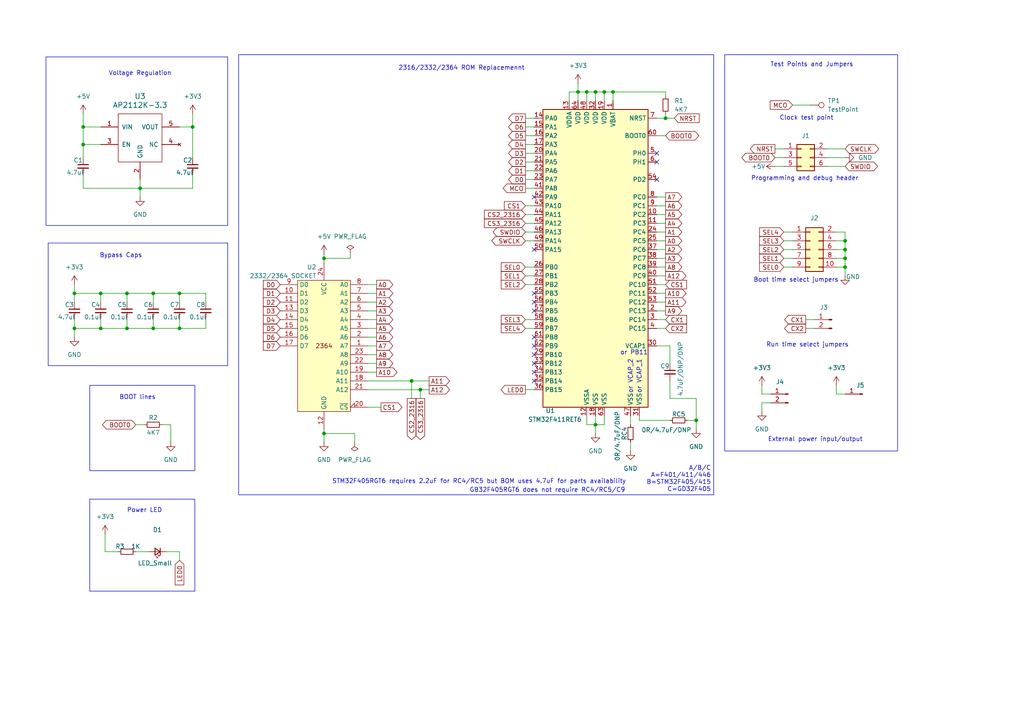
<source format=kicad_sch>
(kicad_sch (version 20250114) (generator "eeschema") (generator_version "9.0")
  (paper "A4")
  (title_block (title "One ROM") (date "2025-08-15") (rev "G1") (company "piers.rocks") (comment 1 "(c) Piers Finlayson 2025"))
  (lib_symbols
    (symbol "Connector:Conn_01x01_Pin" (pin_names (offset 1.016) (hide yes))
      (property "Reference" "J" (at 0 2.54 0))
      (property "Value" "Conn_01x01_Pin" (at 0 -2.54 0))
      (symbol "Conn_01x01_Pin_1_1"
        (rectangle (start 0.8636 0.127) (end 0 -0.127) (stroke (width 0.1524)) (fill (type outline)))
        (polyline (pts (xy 1.27 0) (xy 0.8636 0)) (stroke (width 0.1524)))
        (pin passive line (at 5.08 0 180) (length 3.81) (name "Pin_1") (number "1"))
      )
    )
    (symbol "Connector:Conn_01x02_Pin" (pin_names (offset 1.016) (hide yes))
      (property "Reference" "J" (at 0 2.54 0))
      (property "Value" "Conn_01x02_Pin" (at 0 -5.08 0))
      (symbol "Conn_01x02_Pin_1_1"
        (rectangle (start 0.8636 0.127) (end 0 -0.127) (stroke (width 0.1524)) (fill (type outline)))
        (rectangle (start 0.8636 -2.413) (end 0 -2.667) (stroke (width 0.1524)) (fill (type outline)))
        (polyline (pts (xy 1.27 0) (xy 0.8636 0)) (stroke (width 0.1524)))
        (polyline (pts (xy 1.27 -2.54) (xy 0.8636 -2.54)) (stroke (width 0.1524)))
        (pin passive line (at 5.08 0 180) (length 3.81) (name "Pin_1") (number "1"))
        (pin passive line (at 5.08 -2.54 180) (length 3.81) (name "Pin_2") (number "2"))
      )
    )
    (symbol "Connector:TestPoint" (pin_numbers (hide yes)) (pin_names (offset 0.762) (hide yes))
      (property "Reference" "TP" (at 0 6.858 0))
      (property "Value" "TestPoint" (at 0 5.08 0))
      (symbol "TestPoint_0_1"
        (circle (center 0 3.302) (radius 0.762))
      )
      (symbol "TestPoint_1_1"
        (pin passive line (at 0 0 90) (length 2.54) (name "1") (number "1"))
      )
    )
    (symbol "Connector_Generic:Conn_02x03_Odd_Even" (pin_names (offset 1.016) (hide yes))
      (property "Reference" "J" (at 1.27 5.08 0))
      (property "Value" "Conn_02x03_Odd_Even" (at 1.27 -5.08 0))
      (symbol "Conn_02x03_Odd_Even_1_1"
        (rectangle (start -1.27 3.81) (end 3.81 -3.81) (stroke (width 0.254)) (fill (type background)))
        (rectangle (start -1.27 2.667) (end 0 2.413) (stroke (width 0.1524)))
        (rectangle (start -1.27 0.127) (end 0 -0.127) (stroke (width 0.1524)))
        (rectangle (start -1.27 -2.413) (end 0 -2.667) (stroke (width 0.1524)))
        (rectangle (start 3.81 2.667) (end 2.54 2.413) (stroke (width 0.1524)))
        (rectangle (start 3.81 0.127) (end 2.54 -0.127) (stroke (width 0.1524)))
        (rectangle (start 3.81 -2.413) (end 2.54 -2.667) (stroke (width 0.1524)))
        (pin passive line (at -5.08 2.54 0) (length 3.81) (name "Pin_1") (number "1"))
        (pin passive line (at -5.08 0 0) (length 3.81) (name "Pin_3") (number "3"))
        (pin passive line (at -5.08 -2.54 0) (length 3.81) (name "Pin_5") (number "5"))
        (pin passive line (at 7.62 2.54 180) (length 3.81) (name "Pin_2") (number "2"))
        (pin passive line (at 7.62 0 180) (length 3.81) (name "Pin_4") (number "4"))
        (pin passive line (at 7.62 -2.54 180) (length 3.81) (name "Pin_6") (number "6"))
      )
    )
    (symbol "Connector_Generic:Conn_02x05_Odd_Even" (pin_names (offset 1.016) (hide yes))
      (property "Reference" "J" (at 1.27 7.62 0))
      (property "Value" "Conn_02x05_Odd_Even" (at 1.27 -7.62 0))
      (symbol "Conn_02x05_Odd_Even_1_1"
        (rectangle (start -1.27 6.35) (end 3.81 -6.35) (stroke (width 0.254)) (fill (type background)))
        (rectangle (start -1.27 5.207) (end 0 4.953) (stroke (width 0.1524)))
        (rectangle (start -1.27 2.667) (end 0 2.413) (stroke (width 0.1524)))
        (rectangle (start -1.27 0.127) (end 0 -0.127) (stroke (width 0.1524)))
        (rectangle (start -1.27 -2.413) (end 0 -2.667) (stroke (width 0.1524)))
        (rectangle (start -1.27 -4.953) (end 0 -5.207) (stroke (width 0.1524)))
        (rectangle (start 3.81 5.207) (end 2.54 4.953) (stroke (width 0.1524)))
        (rectangle (start 3.81 2.667) (end 2.54 2.413) (stroke (width 0.1524)))
        (rectangle (start 3.81 0.127) (end 2.54 -0.127) (stroke (width 0.1524)))
        (rectangle (start 3.81 -2.413) (end 2.54 -2.667) (stroke (width 0.1524)))
        (rectangle (start 3.81 -4.953) (end 2.54 -5.207) (stroke (width 0.1524)))
        (pin passive line (at -5.08 5.08 0) (length 3.81) (name "Pin_1") (number "1"))
        (pin passive line (at -5.08 2.54 0) (length 3.81) (name "Pin_3") (number "3"))
        (pin passive line (at -5.08 0 0) (length 3.81) (name "Pin_5") (number "5"))
        (pin passive line (at -5.08 -2.54 0) (length 3.81) (name "Pin_7") (number "7"))
        (pin passive line (at -5.08 -5.08 0) (length 3.81) (name "Pin_9") (number "9"))
        (pin passive line (at 7.62 5.08 180) (length 3.81) (name "Pin_2") (number "2"))
        (pin passive line (at 7.62 2.54 180) (length 3.81) (name "Pin_4") (number "4"))
        (pin passive line (at 7.62 0 180) (length 3.81) (name "Pin_6") (number "6"))
        (pin passive line (at 7.62 -2.54 180) (length 3.81) (name "Pin_8") (number "8"))
        (pin passive line (at 7.62 -5.08 180) (length 3.81) (name "Pin_10") (number "10"))
      )
    )
    (symbol "Device:C_Small" (pin_numbers (hide yes)) (pin_names (offset 0.254) (hide yes))
      (property "Reference" "C" (at 0.254 1.778 0))
      (property "Value" "C_Small" (at 0.254 -2.032 0))
      (symbol "C_Small_0_1"
        (polyline (pts (xy -1.524 0.508) (xy 1.524 0.508)) (stroke (width 0.3048)))
        (polyline (pts (xy -1.524 -0.508) (xy 1.524 -0.508)) (stroke (width 0.3302)))
      )
      (symbol "C_Small_1_1"
        (pin passive line (at 0 2.54 270) (length 2.032) (name "~") (number "1"))
        (pin passive line (at 0 -2.54 90) (length 2.032) (name "~") (number "2"))
      )
    )
    (symbol "Device:LED_Small" (pin_numbers (hide yes)) (pin_names (offset 0.254) (hide yes))
      (property "Reference" "D" (at -1.27 3.175 0))
      (property "Value" "LED_Small" (at -4.445 -2.54 0))
      (symbol "LED_Small_0_1"
        (polyline (pts (xy -0.762 -1.016) (xy -0.762 1.016)) (stroke (width 0.254)))
        (polyline (pts (xy 0 0.762) (xy -0.508 1.27) (xy -0.254 1.27) (xy -0.508 1.27) (xy -0.508 1.016)))
        (polyline (pts (xy 0.508 1.27) (xy 0 1.778) (xy 0.254 1.778) (xy 0 1.778) (xy 0 1.524)))
        (polyline (pts (xy 0.762 -1.016) (xy -0.762 0) (xy 0.762 1.016) (xy 0.762 -1.016)) (stroke (width 0.254)))
        (polyline (pts (xy 1.016 0) (xy -0.762 0)))
      )
      (symbol "LED_Small_1_1"
        (pin passive line (at -2.54 0 0) (length 1.778) (name "K") (number "1"))
        (pin passive line (at 2.54 0 180) (length 1.778) (name "A") (number "2"))
      )
    )
    (symbol "Device:R_Small" (pin_numbers (hide yes)) (pin_names (offset 0.254) (hide yes))
      (property "Reference" "R" (at 0.762 0.508 0))
      (property "Value" "R_Small" (at 0.762 -1.016 0))
      (symbol "R_Small_0_1"
        (rectangle (start -0.762 1.778) (end 0.762 -1.778) (stroke (width 0.2032)))
      )
      (symbol "R_Small_1_1"
        (pin passive line (at 0 2.54 270) (length 0.762) (name "~") (number "1"))
        (pin passive line (at 0 -2.54 90) (length 0.762) (name "~") (number "2"))
      )
    )
    (symbol "piers_old:RT9013" (pin_names (offset 1.016))
      (property "Reference" "U" (at 5.08 11.43 0))
      (property "Value" "RT9013" (at -2.54 11.43 0))
      (symbol "RT9013_0_1"
        (rectangle (start 6.35 8.89) (end -6.35 -5.08))
      )
      (symbol "RT9013_1_1"
        (pin power_in line (at -11.43 5.08 0) (length 5.08) (name "VIN") (number "1"))
        (pin input line (at -11.43 0 0) (length 5.08) (name "EN") (number "3"))
        (pin power_in line (at 0 -10.16 90) (length 5.08) (name "GND") (number "2"))
        (pin power_out line (at 11.43 5.08 180) (length 5.08) (name "VOUT") (number "5"))
        (pin no_connect line (at 11.43 0 180) (length 5.08) (name "NC") (number "4"))
      )
    )
    (symbol "piers_retro:2364"
      (property "Reference" "U" (at 3.048 23.114 0))
      (symbol "2364_1_1"
        (rectangle (start -7.62 19.05) (end 7.62 -19.05) (fill (type background)))
        (text "2364" (at 0 0 0) (effects (font (size 1.27 1.27))))
        (pin input line (at -12.7 17.78 0) (length 5.08) (name "A0") (number "8"))
        (pin input line (at -12.7 15.24 0) (length 5.08) (name "A1") (number "7"))
        (pin input line (at -12.7 12.7 0) (length 5.08) (name "A2") (number "6"))
        (pin input line (at -12.7 10.16 0) (length 5.08) (name "A3") (number "5"))
        (pin input line (at -12.7 7.62 0) (length 5.08) (name "A4") (number "4"))
        (pin input line (at -12.7 5.08 0) (length 5.08) (name "A5") (number "3"))
        (pin input line (at -12.7 2.54 0) (length 5.08) (name "A6") (number "2"))
        (pin input line (at -12.7 0 0) (length 5.08) (name "A7") (number "1"))
        (pin input line (at -12.7 -2.54 0) (length 5.08) (name "A8") (number "23"))
        (pin input line (at -12.7 -5.08 0) (length 5.08) (name "A9") (number "22"))
        (pin input line (at -12.7 -7.62 0) (length 5.08) (name "A10") (number "19"))
        (pin input line (at -12.7 -10.16 0) (length 5.08) (name "A11") (number "18"))
        (pin input line (at -12.7 -12.7 0) (length 5.08) (name "A12") (number "21"))
        (pin input input_low (at -12.7 -17.78 0) (length 5.08) (name "~{CS}") (number "20"))
        (pin power_in line (at 0 24.13 270) (length 5.08) (name "VCC") (number "24"))
        (pin power_in line (at 0 -24.13 90) (length 5.08) (name "GND") (number "12"))
        (pin tri_state line (at 12.7 17.78 180) (length 5.08) (name "D0") (number "9"))
        (pin tri_state line (at 12.7 15.24 180) (length 5.08) (name "D1") (number "10"))
        (pin tri_state line (at 12.7 12.7 180) (length 5.08) (name "D2") (number "11"))
        (pin tri_state line (at 12.7 10.16 180) (length 5.08) (name "D3") (number "13"))
        (pin tri_state line (at 12.7 7.62 180) (length 5.08) (name "D4") (number "14"))
        (pin tri_state line (at 12.7 5.08 180) (length 5.08) (name "D5") (number "15"))
        (pin tri_state line (at 12.7 2.54 180) (length 5.08) (name "D6") (number "16"))
        (pin tri_state line (at 12.7 0 180) (length 5.08) (name "D7") (number "17"))
      )
    )
    (symbol "piers_retro:STM32F411R_C-E_Tx"
      (property "Reference" "U" (at -15.24 44.45 0))
      (property "Value" "STM32F411R_C-E_Tx" (at 10.16 44.45 0))
      (symbol "STM32F411R_C-E_Tx_0_1"
        (rectangle (start -15.24 43.18) (end 15.24 -43.18) (stroke (width 0.254)) (fill (type background)))
      )
      (symbol "STM32F411R_C-E_Tx_1_1"
        (pin input line (at -17.78 40.64 0) (length 2.54) (name "NRST") (number "7"))
        (pin input line (at -17.78 35.56 0) (length 2.54) (name "BOOT0") (number "60"))
        (pin bidirectional line (at -17.78 30.48 0) (length 2.54) (name "PH0") (number "5"))
        (pin bidirectional line (at -17.78 27.94 0) (length 2.54) (name "PH1") (number "6"))
        (pin bidirectional line (at -17.78 22.86 0) (length 2.54) (name "PD2") (number "54"))
        (pin bidirectional line (at -17.78 17.78 0) (length 2.54) (name "PC0") (number "8"))
        (pin bidirectional line (at -17.78 15.24 0) (length 2.54) (name "PC1") (number "9"))
        (pin bidirectional line (at -17.78 12.7 0) (length 2.54) (name "PC2") (number "10"))
        (pin bidirectional line (at -17.78 10.16 0) (length 2.54) (name "PC3") (number "11"))
        (pin bidirectional line (at -17.78 7.62 0) (length 2.54) (name "PC4") (number "24"))
        (pin bidirectional line (at -17.78 5.08 0) (length 2.54) (name "PC5") (number "25"))
        (pin bidirectional line (at -17.78 2.54 0) (length 2.54) (name "PC6") (number "37"))
        (pin bidirectional line (at -17.78 0 0) (length 2.54) (name "PC7") (number "38"))
        (pin bidirectional line (at -17.78 -2.54 0) (length 2.54) (name "PC8") (number "39"))
        (pin bidirectional line (at -17.78 -5.08 0) (length 2.54) (name "PC9") (number "40"))
        (pin bidirectional line (at -17.78 -7.62 0) (length 2.54) (name "PC10") (number "51"))
        (pin bidirectional line (at -17.78 -10.16 0) (length 2.54) (name "PC11") (number "52"))
        (pin bidirectional line (at -17.78 -12.7 0) (length 2.54) (name "PC12") (number "53"))
        (pin bidirectional line (at -17.78 -15.24 0) (length 2.54) (name "PC13") (number "2"))
        (pin bidirectional line (at -17.78 -17.78 0) (length 2.54) (name "PC14") (number "3"))
        (pin bidirectional line (at -17.78 -20.32 0) (length 2.54) (name "PC15") (number "4"))
        (pin power_out line (at -17.78 -25.4 0) (length 2.54) (name "VCAP1") (number "30"))
        (pin passive line (at -12.7 -45.72 90) (length 2.54) (name "VSS") (number "31"))
        (pin passive line (at -10.16 -45.72 90) (length 2.54) (name "VSS") (number "47"))
        (pin power_in line (at -5.08 45.72 270) (length 2.54) (name "VBAT") (number "1"))
        (pin power_in line (at -2.54 45.72 270) (length 2.54) (name "VDD") (number "19"))
        (pin passive line (at -2.54 -45.72 90) (length 2.54) (name "VSS") (number "63"))
        (pin power_in line (at 0 45.72 270) (length 2.54) (name "VDD") (number "32"))
        (pin power_in line (at 0 -45.72 90) (length 2.54) (name "VSS") (number "18"))
        (pin power_in line (at 2.54 45.72 270) (length 2.54) (name "VDD") (number "48"))
        (pin power_in line (at 2.54 -45.72 90) (length 2.54) (name "VSSA") (number "12"))
        (pin power_in line (at 5.08 45.72 270) (length 2.54) (name "VDD") (number "64"))
        (pin power_in line (at 7.62 45.72 270) (length 2.54) (name "VDDA") (number "13"))
        (pin bidirectional line (at 17.78 40.64 180) (length 2.54) (name "PA0") (number "14"))
        (pin bidirectional line (at 17.78 38.1 180) (length 2.54) (name "PA1") (number "15"))
        (pin bidirectional line (at 17.78 35.56 180) (length 2.54) (name "PA2") (number "16"))
        (pin bidirectional line (at 17.78 33.02 180) (length 2.54) (name "PA3") (number "17"))
        (pin bidirectional line (at 17.78 30.48 180) (length 2.54) (name "PA4") (number "20"))
        (pin bidirectional line (at 17.78 27.94 180) (length 2.54) (name "PA5") (number "21"))
        (pin bidirectional line (at 17.78 25.4 180) (length 2.54) (name "PA6") (number "22"))
        (pin bidirectional line (at 17.78 22.86 180) (length 2.54) (name "PA7") (number "23"))
        (pin bidirectional line (at 17.78 20.32 180) (length 2.54) (name "PA8") (number "41"))
        (pin bidirectional line (at 17.78 17.78 180) (length 2.54) (name "PA9") (number "42"))
        (pin bidirectional line (at 17.78 15.24 180) (length 2.54) (name "PA10") (number "43"))
        (pin bidirectional line (at 17.78 12.7 180) (length 2.54) (name "PA11") (number "44"))
        (pin bidirectional line (at 17.78 10.16 180) (length 2.54) (name "PA12") (number "45"))
        (pin bidirectional line (at 17.78 7.62 180) (length 2.54) (name "PA13") (number "46"))
        (pin bidirectional line (at 17.78 5.08 180) (length 2.54) (name "PA14") (number "49"))
        (pin bidirectional line (at 17.78 2.54 180) (length 2.54) (name "PA15") (number "50"))
        (pin bidirectional line (at 17.78 -2.54 180) (length 2.54) (name "PB0") (number "26"))
        (pin bidirectional line (at 17.78 -5.08 180) (length 2.54) (name "PB1") (number "27"))
        (pin bidirectional line (at 17.78 -7.62 180) (length 2.54) (name "PB2") (number "28"))
        (pin bidirectional line (at 17.78 -10.16 180) (length 2.54) (name "PB3") (number "55"))
        (pin bidirectional line (at 17.78 -12.7 180) (length 2.54) (name "PB4") (number "56"))
        (pin bidirectional line (at 17.78 -15.24 180) (length 2.54) (name "PB5") (number "57"))
        (pin bidirectional line (at 17.78 -17.78 180) (length 2.54) (name "PB6") (number "58"))
        (pin bidirectional line (at 17.78 -20.32 180) (length 2.54) (name "PB7") (number "59"))
        (pin bidirectional line (at 17.78 -22.86 180) (length 2.54) (name "PB8") (number "61"))
        (pin bidirectional line (at 17.78 -25.4 180) (length 2.54) (name "PB9") (number "62"))
        (pin bidirectional line (at 17.78 -27.94 180) (length 2.54) (name "PB10") (number "29"))
        (pin bidirectional line (at 17.78 -30.48 180) (length 2.54) (name "PB12") (number "33"))
        (pin bidirectional line (at 17.78 -33.02 180) (length 2.54) (name "PB13") (number "34"))
        (pin bidirectional line (at 17.78 -35.56 180) (length 2.54) (name "PB14") (number "35"))
        (pin bidirectional line (at 17.78 -38.1 180) (length 2.54) (name "PB15") (number "36"))
      )
    )
    (symbol "power:+3V3" (power) (pin_numbers (hide yes)) (pin_names (offset 0) (hide yes))
      (property "Value" "+3V3" (at 0 3.556 0))
      (symbol "+3V3_0_1"
        (polyline (pts (xy -0.762 1.27) (xy 0 2.54)))
        (polyline (pts (xy 0 2.54) (xy 0.762 1.27)))
        (polyline (pts (xy 0 0) (xy 0 2.54)))
      )
      (symbol "+3V3_1_1"
        (pin power_in line (at 0 0 90) (length 0) (name "~") (number "1"))
      )
    )
    (symbol "power:+5V" (power) (pin_numbers (hide yes)) (pin_names (offset 0) (hide yes))
      (property "Value" "+5V" (at 0 3.556 0))
      (symbol "+5V_0_1"
        (polyline (pts (xy -0.762 1.27) (xy 0 2.54)))
        (polyline (pts (xy 0 2.54) (xy 0.762 1.27)))
        (polyline (pts (xy 0 0) (xy 0 2.54)))
      )
      (symbol "+5V_1_1"
        (pin power_in line (at 0 0 90) (length 0) (name "~") (number "1"))
      )
    )
    (symbol "power:GND" (power) (pin_numbers (hide yes)) (pin_names (offset 0) (hide yes))
      (property "Value" "GND" (at 0 -3.81 0))
      (symbol "GND_0_1"
        (polyline (pts (xy 0 0) (xy 0 -1.27) (xy 1.27 -1.27) (xy 0 -2.54) (xy -1.27 -1.27) (xy 0 -1.27)))
      )
      (symbol "GND_1_1"
        (pin power_in line (at 0 0 270) (length 0) (name "~") (number "1"))
      )
    )
    (symbol "power:PWR_FLAG" (power) (pin_numbers (hide yes)) (pin_names (offset 0) (hide yes))
      (property "Value" "PWR_FLAG" (at 0 3.81 0))
      (symbol "PWR_FLAG_0_0"
        (pin power_out line (at 0 0 90) (length 0) (name "~") (number "1"))
      )
      (symbol "PWR_FLAG_0_1"
        (polyline (pts (xy 0 0) (xy 0 1.27) (xy -1.016 1.905) (xy 0 2.54) (xy 1.016 1.905) (xy 0 1.27)))
      )
    )
  )
  (rectangle (start 13.335 16.51) (end 66.04 65.405))
  (rectangle (start 69.215 15.875) (end 207.01 143.51))
  (rectangle (start 56.515 171.45) (end 56.515 171.45))
  (rectangle (start 210.185 15.875) (end 260.35 130.81))
  (rectangle (start 26.035 144.78) (end 56.515 171.45))
  (rectangle (start 26.035 111.76) (end 56.515 136.525))
  (rectangle (start 13.97 70.485) (end 66.04 106.045))
  (text "or VCAP_1" (at 185.42 109.22 90) (effects (font (size 1.27 1.27))))
  (text "or VCAP_2" (at 182.88 109.22 90) (effects (font (size 1.27 1.27))))
  (text "Run time select jumpers" (at 234.188 100.076 0) (effects (font (size 1.27 1.27))))
  (text "BOOT lines" (at 39.878 115.316 0) (effects (font (size 1.27 1.27))))
  (text "Voltage Regulation" (at 40.64 21.336 0) (effects (font (size 1.27 1.27))))
  (text "2316/2332/2364 ROM Replacemennt" (at 133.858 19.812 0) (effects (font (size 1.27 1.27))))
  (text "Power LED" (at 41.91 148.082 0) (effects (font (size 1.27 1.27))))
  (text "or PB11" (at 183.896 102.362 0) (effects (font (size 1.27 1.27))))
  (text "GB32F405RGT6 does not require RC4/RC5/C9" (at 181.356 142.24 0) (effects (font (size 1.27 1.27)) (justify right)))
  (text "Clock test point" (at 233.934 34.29 0) (effects (font (size 1.27 1.27))))
  (text "Bypass Caps" (at 35.052 74.168 0) (effects (font (size 1.27 1.27))))
  (text "Programming and debug header" (at 233.426 51.816 0) (effects (font (size 1.27 1.27))))
  (text "External power input/output" (at 236.474 127.508 0) (effects (font (size 1.27 1.27))))
  (text "Boot time select jumpers" (at 230.886 81.28 0) (effects (font (size 1.27 1.27))))
  (text "A/B/C\nA=F401/411/446\nB=STM32F405/415\nC=GD32F405" (at 206.248 138.938 0) (effects (font (size 1.27 1.27)) (justify right)))
  (text "Test Points and Jumpers" (at 235.458 18.796 0) (effects (font (size 1.27 1.27))))
  (text "STM32F405RGT6 requires 2.2uF for RC4/RC5 but BOM uses 4.7uF for parts availability" (at 181.61 139.7 0) (effects (font (size 1.27 1.27)) (justify right)))
  (junction (at 193.04 34.29))
  (junction (at 36.83 85.09))
  (junction (at 201.93 121.92))
  (junction (at 52.07 95.25))
  (junction (at 93.98 125.73))
  (junction (at 29.21 95.25))
  (junction (at 119.38 110.49))
  (junction (at 245.11 69.85))
  (junction (at 167.64 26.67))
  (junction (at 21.59 85.09))
  (junction (at 175.26 26.67))
  (junction (at 93.98 74.93))
  (junction (at 24.13 36.83))
  (junction (at 245.11 74.93))
  (junction (at 245.11 72.39))
  (junction (at 29.21 85.09))
  (junction (at 40.64 54.61))
  (junction (at 172.72 26.67))
  (junction (at 44.45 85.09))
  (junction (at 36.83 95.25))
  (junction (at 170.18 26.67))
  (junction (at 44.45 95.25))
  (junction (at 121.92 113.03))
  (junction (at 24.13 41.91))
  (junction (at 52.07 85.09))
  (junction (at 21.59 95.25))
  (junction (at 245.11 77.47))
  (junction (at 55.88 36.83))
  (junction (at 172.72 123.19))
  (junction (at 177.8 26.67))
  (no_connect (at 154.94 97.79))
  (no_connect (at 154.94 105.41))
  (no_connect (at 154.94 90.17))
  (no_connect (at 190.5 44.45))
  (no_connect (at 154.94 57.15))
  (no_connect (at 154.94 100.33))
  (no_connect (at 154.94 107.95))
  (no_connect (at 154.94 110.49))
  (no_connect (at 190.5 46.99))
  (no_connect (at 154.94 85.09))
  (no_connect (at 190.5 52.07))
  (no_connect (at 154.94 87.63))
  (no_connect (at 154.94 72.39))
  (no_connect (at 154.94 102.87))
  (wire (pts (xy 55.88 36.83) (xy 55.88 45.72)))
  (wire (pts (xy 242.57 77.47) (xy 245.11 77.47)))
  (wire (pts (xy 170.18 123.19) (xy 172.72 123.19)))
  (wire (pts (xy 52.07 160.02) (xy 52.07 162.56)))
  (wire (pts (xy 177.8 26.67) (xy 177.8 29.21)))
  (wire (pts (xy 101.6 74.93) (xy 93.98 74.93)))
  (wire (pts (xy 39.37 123.19) (xy 41.91 123.19)))
  (wire (pts (xy 220.98 116.84) (xy 223.52 116.84)))
  (wire (pts (xy 194.31 100.33) (xy 194.31 105.41)))
  (wire (pts (xy 59.69 87.63) (xy 59.69 85.09)))
  (wire (pts (xy 165.1 26.67) (xy 167.64 26.67)))
  (wire (pts (xy 106.68 95.25) (xy 109.22 95.25)))
  (wire (pts (xy 59.69 95.25) (xy 59.69 92.71)))
  (wire (pts (xy 190.5 95.25) (xy 193.04 95.25)))
  (wire (pts (xy 227.33 67.31) (xy 229.87 67.31)))
  (wire (pts (xy 24.13 54.61) (xy 40.64 54.61)))
  (wire (pts (xy 152.4 41.91) (xy 154.94 41.91)))
  (wire (pts (xy 36.83 85.09) (xy 36.83 87.63)))
  (wire (pts (xy 224.79 45.72) (xy 227.33 45.72)))
  (wire (pts (xy 227.33 69.85) (xy 229.87 69.85)))
  (wire (pts (xy 106.68 90.17) (xy 109.22 90.17)))
  (wire (pts (xy 29.21 95.25) (xy 21.59 95.25)))
  (wire (pts (xy 40.64 54.61) (xy 40.64 57.15)))
  (wire (pts (xy 170.18 26.67) (xy 172.72 26.67)))
  (wire (pts (xy 172.72 26.67) (xy 172.72 29.21)))
  (wire (pts (xy 245.11 69.85) (xy 245.11 67.31)))
  (wire (pts (xy 242.57 114.3) (xy 245.11 114.3)))
  (wire (pts (xy 29.21 95.25) (xy 29.21 92.71)))
  (wire (pts (xy 190.5 34.29) (xy 193.04 34.29)))
  (wire (pts (xy 121.92 113.03) (xy 121.92 115.57)))
  (wire (pts (xy 106.68 82.55) (xy 109.22 82.55)))
  (wire (pts (xy 167.64 24.13) (xy 167.64 26.67)))
  (wire (pts (xy 170.18 26.67) (xy 170.18 29.21)))
  (wire (pts (xy 44.45 85.09) (xy 44.45 87.63)))
  (wire (pts (xy 172.72 120.65) (xy 172.72 123.19)))
  (wire (pts (xy 152.4 92.71) (xy 154.94 92.71)))
  (wire (pts (xy 177.8 26.67) (xy 193.04 26.67)))
  (wire (pts (xy 52.07 92.71) (xy 52.07 95.25)))
  (wire (pts (xy 201.93 115.57) (xy 194.31 115.57)))
  (wire (pts (xy 190.5 67.31) (xy 193.04 67.31)))
  (wire (pts (xy 201.93 115.57) (xy 201.93 121.92)))
  (wire (pts (xy 21.59 85.09) (xy 29.21 85.09)))
  (wire (pts (xy 154.94 82.55) (xy 152.4 82.55)))
  (wire (pts (xy 21.59 82.55) (xy 21.59 85.09)))
  (wire (pts (xy 55.88 54.61) (xy 55.88 50.8)))
  (wire (pts (xy 30.48 154.94) (xy 30.48 160.02)))
  (wire (pts (xy 152.4 34.29) (xy 154.94 34.29)))
  (wire (pts (xy 201.93 121.92) (xy 201.93 124.46)))
  (wire (pts (xy 24.13 41.91) (xy 24.13 45.72)))
  (wire (pts (xy 227.33 77.47) (xy 229.87 77.47)))
  (wire (pts (xy 190.5 62.23) (xy 193.04 62.23)))
  (wire (pts (xy 36.83 95.25) (xy 36.83 92.71)))
  (wire (pts (xy 106.68 87.63) (xy 109.22 87.63)))
  (wire (pts (xy 55.88 36.83) (xy 52.07 36.83)))
  (wire (pts (xy 165.1 29.21) (xy 165.1 26.67)))
  (wire (pts (xy 24.13 36.83) (xy 29.21 36.83)))
  (wire (pts (xy 220.98 114.3) (xy 223.52 114.3)))
  (wire (pts (xy 193.04 27.94) (xy 193.04 26.67)))
  (wire (pts (xy 245.11 74.93) (xy 245.11 72.39)))
  (wire (pts (xy 175.26 123.19) (xy 172.72 123.19)))
  (wire (pts (xy 242.57 69.85) (xy 245.11 69.85)))
  (wire (pts (xy 190.5 59.69) (xy 193.04 59.69)))
  (wire (pts (xy 182.88 128.27) (xy 182.88 130.81)))
  (wire (pts (xy 21.59 85.09) (xy 21.59 87.63)))
  (wire (pts (xy 240.03 48.26) (xy 245.11 48.26)))
  (wire (pts (xy 24.13 36.83) (xy 24.13 41.91)))
  (wire (pts (xy 44.45 95.25) (xy 44.45 92.71)))
  (wire (pts (xy 227.33 74.93) (xy 229.87 74.93)))
  (wire (pts (xy 185.42 121.92) (xy 194.31 121.92)))
  (wire (pts (xy 220.98 111.76) (xy 220.98 114.3)))
  (wire (pts (xy 233.68 95.25) (xy 236.22 95.25)))
  (wire (pts (xy 152.4 113.03) (xy 154.94 113.03)))
  (wire (pts (xy 170.18 120.65) (xy 170.18 123.19)))
  (wire (pts (xy 193.04 85.09) (xy 190.5 85.09)))
  (wire (pts (xy 44.45 85.09) (xy 52.07 85.09)))
  (wire (pts (xy 172.72 123.19) (xy 172.72 125.73)))
  (wire (pts (xy 190.5 74.93) (xy 193.04 74.93)))
  (wire (pts (xy 59.69 85.09) (xy 52.07 85.09)))
  (wire (pts (xy 52.07 160.02) (xy 48.26 160.02)))
  (wire (pts (xy 227.33 72.39) (xy 229.87 72.39)))
  (wire (pts (xy 190.5 57.15) (xy 193.04 57.15)))
  (wire (pts (xy 242.57 74.93) (xy 245.11 74.93)))
  (wire (pts (xy 24.13 50.8) (xy 24.13 54.61)))
  (wire (pts (xy 55.88 33.02) (xy 55.88 36.83)))
  (wire (pts (xy 190.5 80.01) (xy 193.04 80.01)))
  (wire (pts (xy 44.45 95.25) (xy 36.83 95.25)))
  (wire (pts (xy 245.11 67.31) (xy 242.57 67.31)))
  (wire (pts (xy 106.68 107.95) (xy 109.22 107.95)))
  (wire (pts (xy 194.31 115.57) (xy 194.31 110.49)))
  (wire (pts (xy 190.5 69.85) (xy 193.04 69.85)))
  (wire (pts (xy 154.94 77.47) (xy 152.4 77.47)))
  (wire (pts (xy 106.68 118.11) (xy 110.49 118.11)))
  (wire (pts (xy 29.21 85.09) (xy 36.83 85.09)))
  (wire (pts (xy 242.57 111.76) (xy 242.57 114.3)))
  (wire (pts (xy 40.64 54.61) (xy 55.88 54.61)))
  (wire (pts (xy 36.83 95.25) (xy 29.21 95.25)))
  (wire (pts (xy 199.39 121.92) (xy 201.93 121.92)))
  (wire (pts (xy 49.53 123.19) (xy 46.99 123.19)))
  (wire (pts (xy 106.68 92.71) (xy 109.22 92.71)))
  (wire (pts (xy 119.38 110.49) (xy 124.46 110.49)))
  (wire (pts (xy 245.11 77.47) (xy 245.11 80.01)))
  (wire (pts (xy 190.5 100.33) (xy 194.31 100.33)))
  (wire (pts (xy 193.04 87.63) (xy 190.5 87.63)))
  (wire (pts (xy 21.59 95.25) (xy 21.59 92.71)))
  (wire (pts (xy 52.07 85.09) (xy 52.07 87.63)))
  (wire (pts (xy 106.68 100.33) (xy 109.22 100.33)))
  (wire (pts (xy 245.11 77.47) (xy 245.11 74.93)))
  (wire (pts (xy 152.4 49.53) (xy 154.94 49.53)))
  (wire (pts (xy 93.98 124.46) (xy 93.98 125.73)))
  (wire (pts (xy 102.87 128.27) (xy 102.87 125.73)))
  (wire (pts (xy 106.68 102.87) (xy 109.22 102.87)))
  (wire (pts (xy 190.5 39.37) (xy 193.04 39.37)))
  (wire (pts (xy 242.57 72.39) (xy 245.11 72.39)))
  (wire (pts (xy 175.26 26.67) (xy 175.26 29.21)))
  (wire (pts (xy 154.94 69.85) (xy 152.4 69.85)))
  (wire (pts (xy 52.07 95.25) (xy 59.69 95.25)))
  (wire (pts (xy 245.11 72.39) (xy 245.11 69.85)))
  (wire (pts (xy 190.5 72.39) (xy 193.04 72.39)))
  (wire (pts (xy 190.5 92.71) (xy 193.04 92.71)))
  (wire (pts (xy 106.68 85.09) (xy 109.22 85.09)))
  (wire (pts (xy 102.87 125.73) (xy 93.98 125.73)))
  (wire (pts (xy 93.98 73.66) (xy 93.98 74.93)))
  (wire (pts (xy 167.64 26.67) (xy 167.64 29.21)))
  (wire (pts (xy 193.04 33.02) (xy 193.04 34.29)))
  (wire (pts (xy 190.5 82.55) (xy 193.04 82.55)))
  (wire (pts (xy 240.03 43.18) (xy 245.11 43.18)))
  (wire (pts (xy 30.48 160.02) (xy 34.29 160.02)))
  (wire (pts (xy 224.79 43.18) (xy 227.33 43.18)))
  (wire (pts (xy 106.68 113.03) (xy 121.92 113.03)))
  (wire (pts (xy 220.98 119.38) (xy 220.98 116.84)))
  (wire (pts (xy 193.04 34.29) (xy 195.58 34.29)))
  (wire (pts (xy 101.6 73.66) (xy 101.6 74.93)))
  (wire (pts (xy 40.64 52.07) (xy 40.64 54.61)))
  (wire (pts (xy 93.98 74.93) (xy 93.98 76.2)))
  (wire (pts (xy 154.94 80.01) (xy 152.4 80.01)))
  (wire (pts (xy 154.94 54.61) (xy 152.4 54.61)))
  (wire (pts (xy 106.68 110.49) (xy 119.38 110.49)))
  (wire (pts (xy 24.13 41.91) (xy 29.21 41.91)))
  (wire (pts (xy 175.26 26.67) (xy 177.8 26.67)))
  (wire (pts (xy 172.72 26.67) (xy 175.26 26.67)))
  (wire (pts (xy 185.42 120.65) (xy 185.42 121.92)))
  (wire (pts (xy 152.4 52.07) (xy 154.94 52.07)))
  (wire (pts (xy 49.53 123.19) (xy 49.53 128.27)))
  (wire (pts (xy 93.98 125.73) (xy 93.98 128.27)))
  (wire (pts (xy 193.04 90.17) (xy 190.5 90.17)))
  (wire (pts (xy 106.68 105.41) (xy 109.22 105.41)))
  (wire (pts (xy 154.94 67.31) (xy 152.4 67.31)))
  (wire (pts (xy 224.79 48.26) (xy 227.33 48.26)))
  (wire (pts (xy 152.4 46.99) (xy 154.94 46.99)))
  (wire (pts (xy 233.68 92.71) (xy 236.22 92.71)))
  (wire (pts (xy 119.38 110.49) (xy 119.38 115.57)))
  (wire (pts (xy 167.64 26.67) (xy 170.18 26.67)))
  (wire (pts (xy 121.92 113.03) (xy 124.46 113.03)))
  (wire (pts (xy 190.5 77.47) (xy 193.04 77.47)))
  (wire (pts (xy 21.59 95.25) (xy 21.59 97.79)))
  (wire (pts (xy 182.88 120.65) (xy 182.88 123.19)))
  (wire (pts (xy 152.4 59.69) (xy 154.94 59.69)))
  (wire (pts (xy 190.5 64.77) (xy 193.04 64.77)))
  (wire (pts (xy 152.4 62.23) (xy 154.94 62.23)))
  (wire (pts (xy 29.21 85.09) (xy 29.21 87.63)))
  (wire (pts (xy 152.4 95.25) (xy 154.94 95.25)))
  (wire (pts (xy 106.68 97.79) (xy 109.22 97.79)))
  (wire (pts (xy 152.4 64.77) (xy 154.94 64.77)))
  (wire (pts (xy 240.03 45.72) (xy 245.11 45.72)))
  (wire (pts (xy 152.4 44.45) (xy 154.94 44.45)))
  (wire (pts (xy 175.26 120.65) (xy 175.26 123.19)))
  (wire (pts (xy 229.87 30.48) (xy 234.95 30.48)))
  (wire (pts (xy 152.4 39.37) (xy 154.94 39.37)))
  (wire (pts (xy 39.37 160.02) (xy 43.18 160.02)))
  (wire (pts (xy 24.13 33.02) (xy 24.13 36.83)))
  (wire (pts (xy 36.83 85.09) (xy 44.45 85.09)))
  (wire (pts (xy 152.4 36.83) (xy 154.94 36.83)))
  (wire (pts (xy 52.07 95.25) (xy 44.45 95.25)))
  (global_label "A9" (shape output) (at 109.22 105.41 0) (property "Intersheetrefs" "${INTERSHEET_REFS}" (effects (hide yes))))
  (global_label "SWCLK" (shape bidirectional) (at 152.4 69.85 180) (property "Intersheetrefs" "${INTERSHEET_REFS}" (effects (hide yes))))
  (global_label "CX1" (shape input) (at 193.04 92.71 0) (property "Intersheetrefs" "${INTERSHEET_REFS}" (effects (hide yes))))
  (global_label "A7" (shape output) (at 193.04 57.15 0) (property "Intersheetrefs" "${INTERSHEET_REFS}" (effects (hide yes))))
  (global_label "A11" (shape output) (at 193.04 87.63 0) (property "Intersheetrefs" "${INTERSHEET_REFS}" (effects (hide yes))))
  (global_label "BOOT0" (shape bidirectional) (at 224.79 45.72 180) (property "Intersheetrefs" "${INTERSHEET_REFS}" (effects (hide yes))))
  (global_label "SEL2" (shape input) (at 152.4 82.55 180) (property "Intersheetrefs" "${INTERSHEET_REFS}" (effects (hide yes))))
  (global_label "A2" (shape output) (at 109.22 87.63 0) (property "Intersheetrefs" "${INTERSHEET_REFS}" (effects (hide yes))))
  (global_label "D6" (shape input) (at 81.28 97.79 180) (property "Intersheetrefs" "${INTERSHEET_REFS}" (effects (hide yes))))
  (global_label "D0" (shape input) (at 81.28 82.55 180) (property "Intersheetrefs" "${INTERSHEET_REFS}" (effects (hide yes))))
  (global_label "A0" (shape output) (at 109.22 82.55 0) (property "Intersheetrefs" "${INTERSHEET_REFS}" (effects (hide yes))))
  (global_label "D2" (shape input) (at 81.28 87.63 180) (property "Intersheetrefs" "${INTERSHEET_REFS}" (effects (hide yes))))
  (global_label "A1" (shape output) (at 109.22 85.09 0) (property "Intersheetrefs" "${INTERSHEET_REFS}" (effects (hide yes))))
  (global_label "D1" (shape input) (at 81.28 85.09 180) (property "Intersheetrefs" "${INTERSHEET_REFS}" (effects (hide yes))))
  (global_label "CS1" (shape input) (at 193.04 82.55 0) (property "Intersheetrefs" "${INTERSHEET_REFS}" (effects (hide yes))))
  (global_label "D7" (shape output) (at 152.4 34.29 180) (property "Intersheetrefs" "${INTERSHEET_REFS}" (effects (hide yes))))
  (global_label "SEL2" (shape input) (at 227.33 72.39 180) (property "Intersheetrefs" "${INTERSHEET_REFS}" (effects (hide yes))))
  (global_label "CS2_2316" (shape output) (at 119.38 115.57 270) (property "Intersheetrefs" "${INTERSHEET_REFS}" (effects (hide yes))))
  (global_label "A3" (shape output) (at 109.22 90.17 0) (property "Intersheetrefs" "${INTERSHEET_REFS}" (effects (hide yes))))
  (global_label "A6" (shape output) (at 109.22 97.79 0) (property "Intersheetrefs" "${INTERSHEET_REFS}" (effects (hide yes))))
  (global_label "BOOT0" (shape bidirectional) (at 39.37 123.19 180) (property "Intersheetrefs" "${INTERSHEET_REFS}" (effects (hide yes))))
  (global_label "SEL1" (shape input) (at 227.33 74.93 180) (property "Intersheetrefs" "${INTERSHEET_REFS}" (effects (hide yes))))
  (global_label "A6" (shape output) (at 193.04 59.69 0) (property "Intersheetrefs" "${INTERSHEET_REFS}" (effects (hide yes))))
  (global_label "LED0" (shape output) (at 152.4 113.03 180) (property "Intersheetrefs" "${INTERSHEET_REFS}" (effects (hide yes))))
  (global_label "D3" (shape output) (at 152.4 44.45 180) (property "Intersheetrefs" "${INTERSHEET_REFS}" (effects (hide yes))))
  (global_label "NRST" (shape output) (at 224.79 43.18 180) (property "Intersheetrefs" "${INTERSHEET_REFS}" (effects (hide yes))))
  (global_label "CS3_2316" (shape input) (at 152.4 64.77 180) (property "Intersheetrefs" "${INTERSHEET_REFS}" (effects (hide yes))))
  (global_label "D0" (shape output) (at 152.4 52.07 180) (property "Intersheetrefs" "${INTERSHEET_REFS}" (effects (hide yes))))
  (global_label "D5" (shape output) (at 152.4 39.37 180) (property "Intersheetrefs" "${INTERSHEET_REFS}" (effects (hide yes))))
  (global_label "NRST" (shape input) (at 195.58 34.29 0) (property "Intersheetrefs" "${INTERSHEET_REFS}" (effects (hide yes))))
  (global_label "SWDIO" (shape bidirectional) (at 152.4 67.31 180) (property "Intersheetrefs" "${INTERSHEET_REFS}" (effects (hide yes))))
  (global_label "A12" (shape output) (at 193.04 80.01 0) (property "Intersheetrefs" "${INTERSHEET_REFS}" (effects (hide yes))))
  (global_label "A4" (shape output) (at 109.22 92.71 0) (property "Intersheetrefs" "${INTERSHEET_REFS}" (effects (hide yes))))
  (global_label "A9" (shape output) (at 193.04 90.17 0) (property "Intersheetrefs" "${INTERSHEET_REFS}" (effects (hide yes))))
  (global_label "A10" (shape output) (at 193.04 85.09 0) (property "Intersheetrefs" "${INTERSHEET_REFS}" (effects (hide yes))))
  (global_label "SWCLK" (shape bidirectional) (at 245.11 43.18 0) (property "Intersheetrefs" "${INTERSHEET_REFS}" (effects (hide yes))))
  (global_label "CS2_2316" (shape input) (at 152.4 62.23 180) (property "Intersheetrefs" "${INTERSHEET_REFS}" (effects (hide yes))))
  (global_label "CX2" (shape output) (at 233.68 95.25 180) (property "Intersheetrefs" "${INTERSHEET_REFS}" (effects (hide yes))))
  (global_label "CS1" (shape input) (at 152.4 59.69 180) (property "Intersheetrefs" "${INTERSHEET_REFS}" (effects (hide yes))))
  (global_label "SEL1" (shape input) (at 152.4 80.01 180) (property "Intersheetrefs" "${INTERSHEET_REFS}" (effects (hide yes))))
  (global_label "SWDIO" (shape bidirectional) (at 245.11 48.26 0) (property "Intersheetrefs" "${INTERSHEET_REFS}" (effects (hide yes))))
  (global_label "D7" (shape input) (at 81.28 100.33 180) (property "Intersheetrefs" "${INTERSHEET_REFS}" (effects (hide yes))))
  (global_label "D4" (shape input) (at 81.28 92.71 180) (property "Intersheetrefs" "${INTERSHEET_REFS}" (effects (hide yes))))
  (global_label "CS3_2316" (shape output) (at 121.92 115.57 270) (property "Intersheetrefs" "${INTERSHEET_REFS}" (effects (hide yes))))
  (global_label "A1" (shape output) (at 193.04 67.31 0) (property "Intersheetrefs" "${INTERSHEET_REFS}" (effects (hide yes))))
  (global_label "A7" (shape output) (at 109.22 100.33 0) (property "Intersheetrefs" "${INTERSHEET_REFS}" (effects (hide yes))))
  (global_label "SEL0" (shape input) (at 227.33 77.47 180) (property "Intersheetrefs" "${INTERSHEET_REFS}" (effects (hide yes))))
  (global_label "D2" (shape output) (at 152.4 46.99 180) (property "Intersheetrefs" "${INTERSHEET_REFS}" (effects (hide yes))))
  (global_label "LED0" (shape input) (at 52.07 162.56 270) (property "Intersheetrefs" "${INTERSHEET_REFS}" (effects (hide yes))))
  (global_label "A5" (shape output) (at 193.04 62.23 0) (property "Intersheetrefs" "${INTERSHEET_REFS}" (effects (hide yes))))
  (global_label "CX1" (shape output) (at 233.68 92.71 180) (property "Intersheetrefs" "${INTERSHEET_REFS}" (effects (hide yes))))
  (global_label "SEL3" (shape input) (at 152.4 92.71 180) (property "Intersheetrefs" "${INTERSHEET_REFS}" (effects (hide yes))))
  (global_label "SEL0" (shape input) (at 152.4 77.47 180) (property "Intersheetrefs" "${INTERSHEET_REFS}" (effects (hide yes))))
  (global_label "A0" (shape output) (at 193.04 69.85 0) (property "Intersheetrefs" "${INTERSHEET_REFS}" (effects (hide yes))))
  (global_label "SEL3" (shape input) (at 227.33 69.85 180) (property "Intersheetrefs" "${INTERSHEET_REFS}" (effects (hide yes))))
  (global_label "CX2" (shape input) (at 193.04 95.25 0) (property "Intersheetrefs" "${INTERSHEET_REFS}" (effects (hide yes))))
  (global_label "A5" (shape output) (at 109.22 95.25 0) (property "Intersheetrefs" "${INTERSHEET_REFS}" (effects (hide yes))))
  (global_label "A2" (shape output) (at 193.04 72.39 0) (property "Intersheetrefs" "${INTERSHEET_REFS}" (effects (hide yes))))
  (global_label "D1" (shape output) (at 152.4 49.53 180) (property "Intersheetrefs" "${INTERSHEET_REFS}" (effects (hide yes))))
  (global_label "A8" (shape output) (at 109.22 102.87 0) (property "Intersheetrefs" "${INTERSHEET_REFS}" (effects (hide yes))))
  (global_label "D4" (shape output) (at 152.4 41.91 180) (property "Intersheetrefs" "${INTERSHEET_REFS}" (effects (hide yes))))
  (global_label "A12" (shape output) (at 124.46 113.03 0) (property "Intersheetrefs" "${INTERSHEET_REFS}" (effects (hide yes))))
  (global_label "A10" (shape output) (at 109.22 107.95 0) (property "Intersheetrefs" "${INTERSHEET_REFS}" (effects (hide yes))))
  (global_label "CS1" (shape output) (at 110.49 118.11 0) (property "Intersheetrefs" "${INTERSHEET_REFS}" (effects (hide yes))))
  (global_label "MCO" (shape input) (at 229.87 30.48 180) (property "Intersheetrefs" "${INTERSHEET_REFS}" (effects (hide yes))))
  (global_label "A11" (shape output) (at 124.46 110.49 0) (property "Intersheetrefs" "${INTERSHEET_REFS}" (effects (hide yes))))
  (global_label "D6" (shape output) (at 152.4 36.83 180) (property "Intersheetrefs" "${INTERSHEET_REFS}" (effects (hide yes))))
  (global_label "SEL4" (shape input) (at 152.4 95.25 180) (property "Intersheetrefs" "${INTERSHEET_REFS}" (effects (hide yes))))
  (global_label "MCO" (shape output) (at 152.4 54.61 180) (property "Intersheetrefs" "${INTERSHEET_REFS}" (effects (hide yes))))
  (global_label "A4" (shape output) (at 193.04 64.77 0) (property "Intersheetrefs" "${INTERSHEET_REFS}" (effects (hide yes))))
  (global_label "D5" (shape input) (at 81.28 95.25 180) (property "Intersheetrefs" "${INTERSHEET_REFS}" (effects (hide yes))))
  (global_label "SEL4" (shape input) (at 227.33 67.31 180) (property "Intersheetrefs" "${INTERSHEET_REFS}" (effects (hide yes))))
  (global_label "A3" (shape output) (at 193.04 74.93 0) (property "Intersheetrefs" "${INTERSHEET_REFS}" (effects (hide yes))))
  (global_label "D3" (shape input) (at 81.28 90.17 180) (property "Intersheetrefs" "${INTERSHEET_REFS}" (effects (hide yes))))
  (global_label "BOOT0" (shape bidirectional) (at 193.04 39.37 0) (property "Intersheetrefs" "${INTERSHEET_REFS}" (effects (hide yes))))
  (global_label "A8" (shape output) (at 193.04 77.47 0) (property "Intersheetrefs" "${INTERSHEET_REFS}" (effects (hide yes))))
  (symbol (lib_id "power:GND") (at 245.11 80.01 0) (unit 1)
    (property "Reference" "#PWR012" (effects (hide yes)))
    (property "Value" "GND" (at 247.396 80.264 0))
    (property "Description" "Power symbol creates a global label with name \"GND\" , ground" (effects (hide yes)))
  )
  (symbol (lib_id "power:PWR_FLAG") (at 101.6 73.66 0) (unit 1)
    (property "Reference" "#FLG01" (effects (hide yes)))
    (property "Value" "PWR_FLAG" (at 101.6 68.58 0))
    (property "Description" "Special symbol for telling ERC where power comes from" (effects (hide yes)))
  )
  (symbol (lib_id "Device:LED_Small") (at 45.72 160.02 180) (unit 1)
    (property "Reference" "D1" (at 45.6565 153.67 0))
    (property "Value" "LED_Small" (at 44.958 163.322 0))
    (property "Footprint" "LED_SMD:LED_0603_1608Metric" (effects (hide yes)))
    (property "Description" "Light emitting diode, small symbol" (effects (hide yes)))
    (property "LCSC" "C2286" (effects (hide yes)))
  )
  (symbol (lib_id "power:+3V3") (at 21.59 82.55 0) (unit 1)
    (property "Reference" "#PWR010" (effects (hide yes)))
    (property "Value" "+3V3" (at 21.59 77.47 0))
    (property "Description" "Power symbol creates a global label with name \"+3V3\"" (effects (hide yes)))
  )
  (symbol (lib_id "Connector:Conn_01x02_Pin") (at 241.3 92.71 0) (mirror y) (unit 1)
    (property "Reference" "J3" (at 237.744 89.154 0) (effects (justify right)))
    (property "Value" "Conn_01x02_Pin" (effects (hide yes)))
    (property "Footprint" "Connector_PinHeader_2.54mm:PinHeader_1x02_P2.54mm_Vertical" (effects (hide yes)))
    (property "Description" "Generic connector, single row, 01x02, script generated" (effects (hide yes)))
  )
  (symbol (lib_id "Device:C_Small") (at 36.83 90.17 0) (mirror y) (unit 1)
    (property "Reference" "C5" (at 34.036 88.392 0) (effects (justify right)))
    (property "Value" "0.1uF" (at 32.004 91.948 0) (effects (justify right)))
    (property "Footprint" "Capacitor_SMD:C_0402_1005Metric" (effects (hide yes)))
    (property "Description" "Unpolarized capacitor, small symbol" (effects (hide yes)))
    (property "Comment" "Samsung Electro-Mechanics CL05B104KO5NNNC" (effects (hide yes)))
    (property "LCSC" "C1525" (effects (hide yes)))
    (property "Price(10)" "$0.001" (effects (hide yes)))
  )
  (symbol (lib_id "Device:C_Small") (at 29.21 90.17 0) (mirror y) (unit 1)
    (property "Reference" "C4" (at 26.416 88.392 0) (effects (justify right)))
    (property "Value" "0.1uF" (at 24.384 91.948 0) (effects (justify right)))
    (property "Footprint" "Capacitor_SMD:C_0402_1005Metric" (effects (hide yes)))
    (property "Description" "Unpolarized capacitor, small symbol" (effects (hide yes)))
    (property "Comment" "Samsung Electro-Mechanics CL05B104KO5NNNC" (effects (hide yes)))
    (property "LCSC" "C1525" (effects (hide yes)))
    (property "Price(10)" "$0.001" (effects (hide yes)))
  )
  (symbol (lib_id "power:GND") (at 21.59 97.79 0) (unit 1)
    (property "Reference" "#PWR011" (effects (hide yes)))
    (property "Value" "GND" (at 21.59 102.87 0))
    (property "Description" "Power symbol creates a global label with name \"GND\" , ground" (effects (hide yes)))
  )
  (symbol (lib_id "power:+5V") (at 24.13 33.02 0) (unit 1)
    (property "Reference" "#PWR04" (effects (hide yes)))
    (property "Value" "+5V" (at 24.13 27.94 0))
    (property "Description" "Power symbol creates a global label with name \"+5V\"" (effects (hide yes)))
  )
  (symbol (lib_id "Device:C_Small") (at 194.31 107.95 0) (mirror y) (unit 1)
    (property "Reference" "C9" (at 191.516 106.172 0) (effects (justify right)))
    (property "Value" "4.7uF/DNP/DNP" (at 197.358 99.06 90) (effects (justify right)))
    (property "Footprint" "Capacitor_SMD:C_0402_1005Metric" (effects (hide yes)))
    (property "Description" "Unpolarized capacitor, small symbol" (effects (hide yes)))
    (property "LCSC" "C23733" (effects (hide yes)))
  )
  (symbol (lib_id "Connector:TestPoint") (at 234.95 30.48 270) (unit 1)
    (property "Reference" "TP1" (at 240.03 29.2099 90) (effects (justify left)))
    (property "Value" "TestPoint" (at 240.03 31.7499 90) (effects (justify left)))
    (property "Footprint" "piers_retro_footprints:TestPoint_THTPad_1.0x1.0mm_Drill0.5mm" (effects (hide yes)))
    (property "Description" "test point" (effects (hide yes)))
  )
  (symbol (lib_id "Device:C_Small") (at 21.59 90.17 0) (mirror y) (unit 1)
    (property "Reference" "C3" (at 18.796 88.392 0) (effects (justify right)))
    (property "Value" "4.7uF" (at 16.764 91.948 0) (effects (justify right)))
    (property "Footprint" "Capacitor_SMD:C_0402_1005Metric" (effects (hide yes)))
    (property "Description" "Unpolarized capacitor, small symbol" (effects (hide yes)))
    (property "Comment" "Samsung Electro-Mechanics CL05A475MP5NRNC" (effects (hide yes)))
    (property "LCSC" "C23733" (effects (hide yes)))
    (property "Price(10)" "$0.0048" (effects (hide yes)))
  )
  (symbol (lib_id "power:+3V3") (at 220.98 111.76 0) (unit 1)
    (property "Reference" "#PWR013" (effects (hide yes)))
    (property "Value" "+3V3" (at 220.98 106.68 0))
    (property "Description" "Power symbol creates a global label with name \"+3V3\"" (effects (hide yes)))
  )
  (symbol (lib_id "Connector_Generic:Conn_02x03_Odd_Even") (at 232.41 45.72 0) (unit 1)
    (property "Reference" "J1" (at 233.68 39.37 0))
    (property "Value" "Conn_02x03_Odd_Even" (effects (hide yes)))
    (property "Footprint" "Connector_PinHeader_2.54mm:PinHeader_2x03_P2.54mm_Vertical" (effects (hide yes)))
    (property "Description" "Generic connector, double row, 02x03, odd/even pin numbering scheme (row 1 odd numbers, row 2 even numbers), script generated (kicad-library-utils/schlib/autogen/connector/)" (effects (hide yes)))
  )
  (symbol (lib_id "Device:C_Small") (at 59.69 90.17 0) (mirror y) (unit 1)
    (property "Reference" "C8" (at 56.896 88.392 0) (effects (justify right)))
    (property "Value" "0.1uF" (at 54.864 91.948 0) (effects (justify right)))
    (property "Footprint" "Capacitor_SMD:C_0402_1005Metric" (effects (hide yes)))
    (property "Description" "Unpolarized capacitor, small symbol" (effects (hide yes)))
    (property "Comment" "Samsung Electro-Mechanics CL05B104KO5NNNC" (effects (hide yes)))
    (property "LCSC" "C1525" (effects (hide yes)))
    (property "Price(10)" "$0.001" (effects (hide yes)))
  )
  (symbol (lib_id "Connector:Conn_01x02_Pin") (at 228.6 114.3 0) (mirror y) (unit 1)
    (property "Reference" "J4" (at 225.044 110.744 0) (effects (justify right)))
    (property "Value" "Conn_01x02_Pin" (effects (hide yes)))
    (property "Footprint" "piers retro:1x2 pin header no ss, both round, small courtyard" (effects (hide yes)))
    (property "Description" "Generic connector, single row, 01x02, script generated" (effects (hide yes)))
  )
  (symbol (lib_id "power:GND") (at 182.88 130.81 0) (unit 1)
    (property "Reference" "#PWR017" (effects (hide yes)))
    (property "Value" "GND" (at 182.88 135.89 0))
    (property "Description" "Power symbol creates a global label with name \"GND\" , ground" (effects (hide yes)))
  )
  (symbol (lib_id "piers_retro:STM32F411R_C-E_Tx") (at 172.72 74.93 0) (mirror y) (unit 1)
    (property "Reference" "U1" (at 158.242 119.126 0) (effects (justify right)))
    (property "Value" "STM32F411RET6" (at 153.162 121.666 0) (effects (justify right)))
    (property "Footprint" "Package_QFP:LQFP-64_10x10mm_P0.5mm" (effects (hide yes)))
    (property "Datasheet" "https://www.st.com/resource/en/datasheet/stm32f411rc.pdf" (effects (hide yes)))
    (property "Description" "STMicroelectronics Arm Cortex-M4 MCU, 256-512KB flash, 128KB RAM, 100 MHz, 1.7-3.6V, 50 GPIO, LQFP64" (effects (hide yes)))
    (property "LCSC" "C94355" (effects (hide yes)))
    (property "LCSC Alt" "C99031 = GB32F405RGT6" (effects (hide yes)))
    (property "LCSC Alt2" "C116978 = STM32F401RET6" (effects (hide yes)))
    (property "LCSC Alt3" "C69336 = STM32F446RET6" (effects (hide yes)))
  )
  (symbol (lib_id "Device:C_Small") (at 44.45 90.17 0) (mirror y) (unit 1)
    (property "Reference" "C6" (at 41.656 88.392 0) (effects (justify right)))
    (property "Value" "0.1uF" (at 39.624 91.948 0) (effects (justify right)))
    (property "Footprint" "Capacitor_SMD:C_0402_1005Metric" (effects (hide yes)))
    (property "Description" "Unpolarized capacitor, small symbol" (effects (hide yes)))
    (property "Comment" "Samsung Electro-Mechanics CL05B104KO5NNNC" (effects (hide yes)))
    (property "LCSC" "C1525" (effects (hide yes)))
    (property "Price(10)" "$0.001" (effects (hide yes)))
  )
  (symbol (lib_id "piers_old:RT9013") (at 40.64 41.91 0) (unit 1)
    (property "Reference" "U3" (at 40.64 27.94 0) (effects (font (size 1.524 1.524))))
    (property "Value" "AP2112K-3.3" (at 40.64 30.48 0) (effects (font (size 1.524 1.524))))
    (property "Footprint" "Package_TO_SOT_SMD:SOT-23-5" (effects (hide yes)))
    (property "LCSC" "C51118" (effects (hide yes)))
  )
  (symbol (lib_id "Device:C_Small") (at 24.13 48.26 0) (mirror y) (unit 1)
    (property "Reference" "C1" (at 21.336 46.482 0) (effects (justify right)))
    (property "Value" "4.7uF" (at 19.304 50.038 0) (effects (justify right)))
    (property "Footprint" "Capacitor_SMD:C_0402_1005Metric" (effects (hide yes)))
    (property "Description" "Unpolarized capacitor, small symbol" (effects (hide yes)))
    (property "Comment" "Samsung Electro-Mechanics CL05A475MP5NRNC" (effects (hide yes)))
    (property "LCSC" "C23733" (effects (hide yes)))
    (property "Price(10)" "$0.0048" (effects (hide yes)))
  )
  (symbol (lib_id "power:PWR_FLAG") (at 102.87 128.27 0) (mirror x) (unit 1)
    (property "Reference" "#FLG02" (effects (hide yes)))
    (property "Value" "PWR_FLAG" (at 102.87 133.35 0))
    (property "Description" "Special symbol for telling ERC where power comes from" (effects (hide yes)))
  )
  (symbol (lib_id "power:GND") (at 201.93 124.46 0) (unit 1)
    (property "Reference" "#PWR018" (effects (hide yes)))
    (property "Value" "GND" (at 201.93 129.54 0))
    (property "Description" "Power symbol creates a global label with name \"GND\" , ground" (effects (hide yes)))
  )
  (symbol (lib_id "power:+3V3") (at 167.64 24.13 0) (unit 1)
    (property "Reference" "#PWR08" (effects (hide yes)))
    (property "Value" "+3V3" (at 167.64 19.05 0))
    (property "Description" "Power symbol creates a global label with name \"+3V3\"" (effects (hide yes)))
  )
  (symbol (lib_id "Device:R_Small") (at 193.04 30.48 0) (unit 1)
    (property "Reference" "R1" (at 195.58 29.2099 0) (effects (justify left)))
    (property "Value" "4K7" (at 195.58 31.7499 0) (effects (justify left)))
    (property "Footprint" "Resistor_SMD:R_0402_1005Metric" (effects (hide yes)))
    (property "Description" "Resistor, small symbol" (effects (hide yes)))
    (property "Comment" "UNI-ROYAL(Uniroyal Elec) 0402WGF4701TCE" (effects (hide yes)))
    (property "LCSC" "C25900" (effects (hide yes)))
    (property "Price(10)" "$0.0005" (effects (hide yes)))
  )
  (symbol (lib_id "Device:R_Small") (at 196.85 121.92 90) (unit 1)
    (property "Reference" "RC5" (at 196.85 120.142 90))
    (property "Value" "0R/4.7uF/DNP" (at 193.294 124.714 90))
    (property "Footprint" "Capacitor_SMD:C_0402_1005Metric" (effects (hide yes)))
    (property "Description" "Resistor, small symbol" (effects (hide yes)))
    (property "Comment" "UNI-ROYAL(Uniroyal Elec) 0402WGF0000TCE" (effects (hide yes)))
    (property "LCSC" "C17168" (effects (hide yes)))
    (property "Price(10)" "$0.0005" (effects (hide yes)))
    (property "LCSC alt" "C23733" (effects (hide yes)))
  )
  (symbol (lib_id "Connector:Conn_01x01_Pin") (at 250.19 114.3 180) (unit 1)
    (property "Reference" "J5" (at 249.555 111.76 0))
    (property "Value" "Conn_01x01_Pin" (effects (hide yes)))
    (property "Footprint" "Connector_PinHeader_2.54mm:PinHeader_1x01_P2.54mm_Vertical" (effects (hide yes)))
    (property "Description" "Generic connector, single row, 01x01, script generated" (effects (hide yes)))
  )
  (symbol (lib_id "piers_retro:2364") (at 93.98 100.33 0) (mirror y) (unit 1)
    (property "Reference" "U2" (at 91.7859 77.47 0) (effects (justify left)))
    (property "Value" "2332/2364 SOCKET" (at 91.7859 80.01 0) (effects (justify left)))
    (property "Footprint" "piers_retro_footprints:2x12 dip pin output 600mil centres no ss" (effects (hide yes)))
  )
  (symbol (lib_id "Device:C_Small") (at 55.88 48.26 0) (mirror y) (unit 1)
    (property "Reference" "C2" (at 53.086 46.482 0) (effects (justify right)))
    (property "Value" "4.7uF" (at 51.054 50.038 0) (effects (justify right)))
    (property "Footprint" "Capacitor_SMD:C_0402_1005Metric" (effects (hide yes)))
    (property "Description" "Unpolarized capacitor, small symbol" (effects (hide yes)))
    (property "Comment" "Samsung Electro-Mechanics CL05A475MP5NRNC" (effects (hide yes)))
    (property "LCSC" "C23733" (effects (hide yes)))
    (property "Price(10)" "$0.0048" (effects (hide yes)))
  )
  (symbol (lib_id "power:+5V") (at 224.79 48.26 90) (unit 1)
    (property "Reference" "#PWR01" (effects (hide yes)))
    (property "Value" "+5V" (at 219.964 48.26 90))
    (property "Description" "Power symbol creates a global label with name \"+5V\"" (effects (hide yes)))
  )
  (symbol (lib_id "power:+3V3") (at 30.48 154.94 0) (unit 1)
    (property "Reference" "#PWR015" (effects (hide yes)))
    (property "Value" "+3V3" (at 30.48 149.86 0))
    (property "Description" "Power symbol creates a global label with name \"+3V3\"" (effects (hide yes)))
  )
  (symbol (lib_id "Device:C_Small") (at 52.07 90.17 0) (mirror y) (unit 1)
    (property "Reference" "C7" (at 49.276 88.392 0) (effects (justify right)))
    (property "Value" "0.1uF" (at 47.244 91.948 0) (effects (justify right)))
    (property "Footprint" "Capacitor_SMD:C_0402_1005Metric" (effects (hide yes)))
    (property "Description" "Unpolarized capacitor, small symbol" (effects (hide yes)))
    (property "Comment" "Samsung Electro-Mechanics CL05B104KO5NNNC" (effects (hide yes)))
    (property "LCSC" "C1525" (effects (hide yes)))
    (property "Price(10)" "$0.001" (effects (hide yes)))
  )
  (symbol (lib_id "Device:R_Small") (at 44.45 123.19 90) (unit 1)
    (property "Reference" "R2" (at 44.45 121.158 90))
    (property "Value" "4K7" (at 44.45 125.476 90))
    (property "Footprint" "Resistor_SMD:R_0402_1005Metric" (effects (hide yes)))
    (property "Description" "Resistor, small symbol" (effects (hide yes)))
    (property "Comment" "UNI-ROYAL(Uniroyal Elec) 0402WGF4701TCE" (effects (hide yes)))
    (property "LCSC" "C25900" (effects (hide yes)))
    (property "Price(10)" "$0.0005" (effects (hide yes)))
  )
  (symbol (lib_id "power:GND") (at 220.98 119.38 0) (unit 1)
    (property "Reference" "#PWR016" (effects (hide yes)))
    (property "Value" "GND" (at 220.98 124.46 0))
    (property "Description" "Power symbol creates a global label with name \"GND\" , ground" (effects (hide yes)))
  )
  (symbol (lib_id "Device:R_Small") (at 182.88 125.73 180) (unit 1)
    (property "Reference" "RC4" (at 181.102 125.73 90))
    (property "Value" "0R/4.7uF/DNP" (at 179.07 126.492 90))
    (property "Footprint" "Capacitor_SMD:C_0402_1005Metric" (effects (hide yes)))
    (property "Description" "Resistor, small symbol" (effects (hide yes)))
    (property "Comment" "UNI-ROYAL(Uniroyal Elec) 0402WGF0000TCE" (effects (hide yes)))
    (property "LCSC" "C17168" (effects (hide yes)))
    (property "Price(10)" "$0.0005" (effects (hide yes)))
    (property "LCSC alt" "C23733" (effects (hide yes)))
  )
  (symbol (lib_id "Device:R_Small") (at 36.83 160.02 90) (unit 1)
    (property "Reference" "R3" (at 34.798 158.496 90))
    (property "Value" "1K" (at 39.37 158.496 90))
    (property "Footprint" "Resistor_SMD:R_0402_1005Metric" (effects (hide yes)))
    (property "Description" "Resistor, small symbol" (effects (hide yes)))
    (property "Comment" "UNI-ROYAL(Uniroyal Elec) 0402WGF1001TCE" (effects (hide yes)))
    (property "LCSC" "C11702" (effects (hide yes)))
    (property "Price(10)" "$0.0005" (effects (hide yes)))
  )
  (symbol (lib_id "power:GND") (at 245.11 45.72 90) (unit 1)
    (property "Reference" "#PWR03" (effects (hide yes)))
    (property "Value" "GND" (at 248.92 45.7199 90) (effects (justify right)))
    (property "Description" "Power symbol creates a global label with name \"GND\" , ground" (effects (hide yes)))
  )
  (symbol (lib_id "power:GND") (at 172.72 125.73 0) (unit 1)
    (property "Reference" "#PWR014" (effects (hide yes)))
    (property "Value" "GND" (at 172.72 130.81 0))
    (property "Description" "Power symbol creates a global label with name \"GND\" , ground" (effects (hide yes)))
  )
  (symbol (lib_id "power:GND") (at 49.53 128.27 0) (unit 1)
    (property "Reference" "#PWR09" (effects (hide yes)))
    (property "Value" "GND" (at 49.53 133.35 0))
    (property "Description" "Power symbol creates a global label with name \"GND\" , ground" (effects (hide yes)))
  )
  (symbol (lib_id "power:GND") (at 93.98 128.27 0) (unit 1)
    (property "Reference" "#PWR07" (effects (hide yes)))
    (property "Value" "GND" (at 93.98 133.35 0))
    (property "Description" "Power symbol creates a global label with name \"GND\" , ground" (effects (hide yes)))
  )
  (symbol (lib_id "power:+5V") (at 93.98 73.66 0) (unit 1)
    (property "Reference" "#PWR06" (effects (hide yes)))
    (property "Value" "+5V" (at 93.98 68.58 0))
    (property "Description" "Power symbol creates a global label with name \"+5V\"" (effects (hide yes)))
  )
  (symbol (lib_id "power:GND") (at 40.64 57.15 0) (unit 1)
    (property "Reference" "#PWR05" (effects (hide yes)))
    (property "Value" "GND" (at 40.64 62.23 0))
    (property "Description" "Power symbol creates a global label with name \"GND\" , ground" (effects (hide yes)))
  )
  (symbol (lib_id "Connector_Generic:Conn_02x05_Odd_Even") (at 234.95 72.39 0) (unit 1)
    (property "Reference" "J2" (at 236.22 63.246 0))
    (property "Value" "Conn_02x05_Odd_Even" (effects (hide yes)))
    (property "Footprint" "piers_retro_footprints:PinHeader_2x05_P2.54mm_Vertical custom silkscreen" (effects (hide yes)))
    (property "Description" "Generic connector, double row, 02x05, odd/even pin numbering scheme (row 1 odd numbers, row 2 even numbers), script generated (kicad-library-utils/schlib/autogen/connector/)" (effects (hide yes)))
  )
  (symbol (lib_id "power:+3V3") (at 242.57 111.76 0) (unit 1)
    (property "Reference" "#PWR019" (effects (hide yes)))
    (property "Value" "+3V3" (at 242.57 106.68 0))
    (property "Description" "Power symbol creates a global label with name \"+3V3\"" (effects (hide yes)))
  )
  (symbol (lib_id "power:+3V3") (at 55.88 33.02 0) (unit 1)
    (property "Reference" "#PWR02" (effects (hide yes)))
    (property "Value" "+3V3" (at 55.88 27.94 0))
    (property "Description" "Power symbol creates a global label with name \"+3V3\"" (effects (hide yes)))
  )
)
</source>
